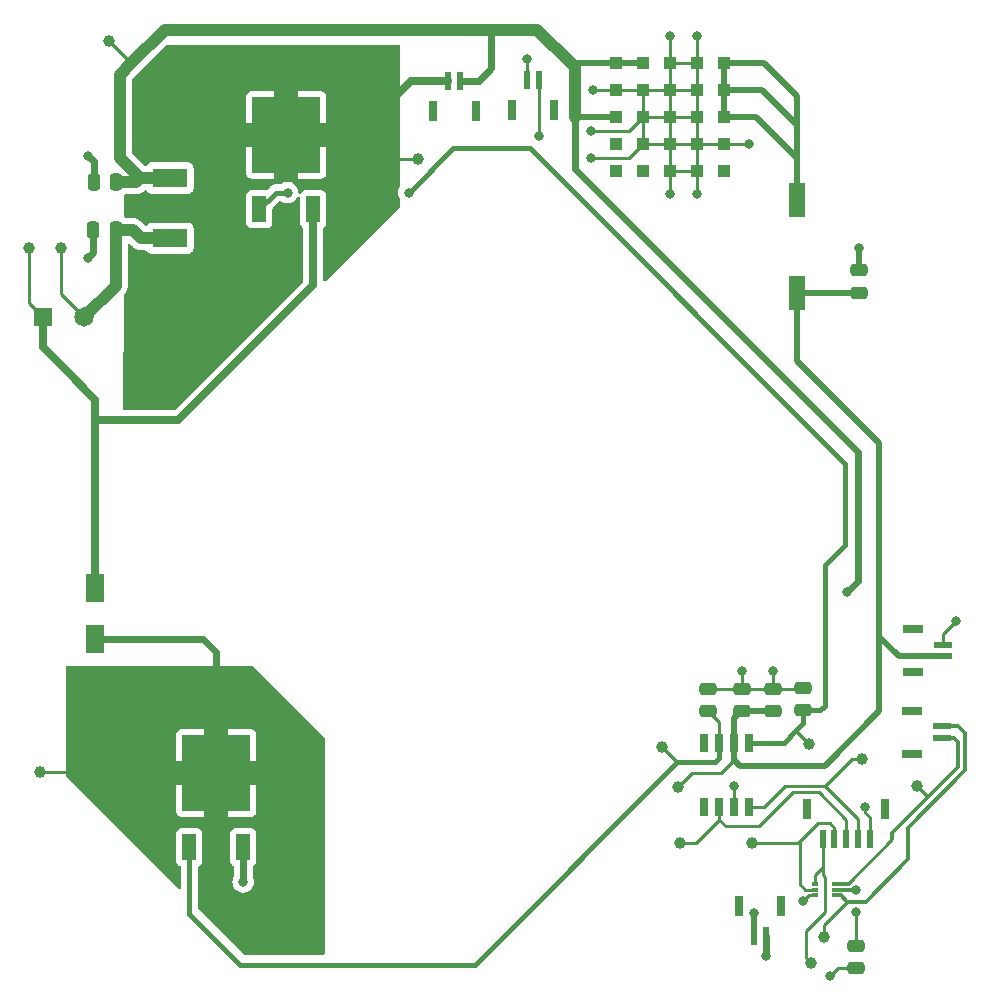
<source format=gbr>
%TF.GenerationSoftware,KiCad,Pcbnew,(6.0.1)*%
%TF.CreationDate,2024-01-14T12:42:03-05:00*%
%TF.ProjectId,PCB POWER,50434220-504f-4574-9552-2e6b69636164,rev?*%
%TF.SameCoordinates,Original*%
%TF.FileFunction,Copper,L1,Top*%
%TF.FilePolarity,Positive*%
%FSLAX46Y46*%
G04 Gerber Fmt 4.6, Leading zero omitted, Abs format (unit mm)*
G04 Created by KiCad (PCBNEW (6.0.1)) date 2024-01-14 12:42:03*
%MOMM*%
%LPD*%
G01*
G04 APERTURE LIST*
G04 Aperture macros list*
%AMRoundRect*
0 Rectangle with rounded corners*
0 $1 Rounding radius*
0 $2 $3 $4 $5 $6 $7 $8 $9 X,Y pos of 4 corners*
0 Add a 4 corners polygon primitive as box body*
4,1,4,$2,$3,$4,$5,$6,$7,$8,$9,$2,$3,0*
0 Add four circle primitives for the rounded corners*
1,1,$1+$1,$2,$3*
1,1,$1+$1,$4,$5*
1,1,$1+$1,$6,$7*
1,1,$1+$1,$8,$9*
0 Add four rect primitives between the rounded corners*
20,1,$1+$1,$2,$3,$4,$5,0*
20,1,$1+$1,$4,$5,$6,$7,0*
20,1,$1+$1,$6,$7,$8,$9,0*
20,1,$1+$1,$8,$9,$2,$3,0*%
G04 Aperture macros list end*
%TA.AperFunction,SMDPad,CuDef*%
%ADD10RoundRect,0.250000X-0.250000X-0.475000X0.250000X-0.475000X0.250000X0.475000X-0.250000X0.475000X0*%
%TD*%
%TA.AperFunction,SMDPad,CuDef*%
%ADD11C,1.000000*%
%TD*%
%TA.AperFunction,SMDPad,CuDef*%
%ADD12RoundRect,0.250000X-0.475000X0.250000X-0.475000X-0.250000X0.475000X-0.250000X0.475000X0.250000X0*%
%TD*%
%TA.AperFunction,SMDPad,CuDef*%
%ADD13RoundRect,0.250000X0.475000X-0.250000X0.475000X0.250000X-0.475000X0.250000X-0.475000X-0.250000X0*%
%TD*%
%TA.AperFunction,SMDPad,CuDef*%
%ADD14R,0.475000X0.300000*%
%TD*%
%TA.AperFunction,SMDPad,CuDef*%
%ADD15R,1.550000X0.600000*%
%TD*%
%TA.AperFunction,SMDPad,CuDef*%
%ADD16R,1.800000X0.800000*%
%TD*%
%TA.AperFunction,SMDPad,CuDef*%
%ADD17R,0.650000X1.525000*%
%TD*%
%TA.AperFunction,SMDPad,CuDef*%
%ADD18R,0.600000X1.550000*%
%TD*%
%TA.AperFunction,SMDPad,CuDef*%
%ADD19R,0.800000X1.800000*%
%TD*%
%TA.AperFunction,SMDPad,CuDef*%
%ADD20R,1.200000X2.200000*%
%TD*%
%TA.AperFunction,SMDPad,CuDef*%
%ADD21R,5.800000X6.400000*%
%TD*%
%TA.AperFunction,SMDPad,CuDef*%
%ADD22R,1.470000X3.000000*%
%TD*%
%TA.AperFunction,ComponentPad*%
%ADD23R,1.650000X1.650000*%
%TD*%
%TA.AperFunction,ComponentPad*%
%ADD24C,1.650000*%
%TD*%
%TA.AperFunction,SMDPad,CuDef*%
%ADD25R,1.060000X1.060000*%
%TD*%
%TA.AperFunction,SMDPad,CuDef*%
%ADD26R,1.550000X2.350000*%
%TD*%
%TA.AperFunction,SMDPad,CuDef*%
%ADD27R,3.000000X1.650000*%
%TD*%
%TA.AperFunction,ViaPad*%
%ADD28C,0.800000*%
%TD*%
%TA.AperFunction,Conductor*%
%ADD29C,0.600000*%
%TD*%
%TA.AperFunction,Conductor*%
%ADD30C,0.250000*%
%TD*%
%TA.AperFunction,Conductor*%
%ADD31C,0.300000*%
%TD*%
%TA.AperFunction,Conductor*%
%ADD32C,0.700000*%
%TD*%
%TA.AperFunction,Conductor*%
%ADD33C,0.500000*%
%TD*%
%TA.AperFunction,Conductor*%
%ADD34C,1.000000*%
%TD*%
%TA.AperFunction,Conductor*%
%ADD35C,0.400000*%
%TD*%
G04 APERTURE END LIST*
D10*
%TO.P,C2,1,1*%
%TO.N,GND*%
X66560000Y-76710000D03*
%TO.P,C2,2,2*%
%TO.N,Net-(C2-Pad2)*%
X68460000Y-76710000D03*
%TD*%
D11*
%TO.P,TP6,1,1*%
%TO.N,Net-(C2-Pad2)*%
X63830000Y-78250000D03*
%TD*%
D12*
%TO.P,C8,1,1*%
%TO.N,GND*%
X131420000Y-80150000D03*
%TO.P,C8,2,2*%
%TO.N,Net-(C3-Pad1)*%
X131420000Y-82050000D03*
%TD*%
D11*
%TO.P,TP3,1,1*%
%TO.N,BLWR_PID*%
X116210000Y-128630000D03*
%TD*%
D13*
%TO.P,C5,1*%
%TO.N,Net-(C3-Pad1)*%
X124090000Y-117450000D03*
%TO.P,C5,2*%
%TO.N,GND*%
X124090000Y-115550000D03*
%TD*%
D11*
%TO.P,TP7,1,1*%
%TO.N,MTR_2*%
X128410000Y-136620000D03*
%TD*%
D14*
%TO.P,IC1,1,IN1*%
%TO.N,MTR_PID1*%
X127652000Y-132070000D03*
%TO.P,IC1,2,IN2*%
%TO.N,MTR_PID2*%
X127652000Y-132570000D03*
%TO.P,IC1,3,GND*%
%TO.N,GND*%
X127652000Y-133070000D03*
%TO.P,IC1,4,OUT2*%
%TO.N,MTR_2*%
X129328000Y-133070000D03*
%TO.P,IC1,5,VM*%
%TO.N,Net-(C1-Pad2)*%
X129328000Y-132570000D03*
%TO.P,IC1,6,OUT1*%
%TO.N,MTR_1*%
X129328000Y-132070000D03*
%TD*%
D15*
%TO.P,J7,1,1*%
%TO.N,MTR_1*%
X138440000Y-119760000D03*
%TO.P,J7,2,2*%
%TO.N,MTR_2*%
X138440000Y-118760000D03*
D16*
%TO.P,J7,MP1,MP1*%
%TO.N,unconnected-(J7-PadMP1)*%
X135915000Y-121060000D03*
%TO.P,J7,MP2,MP2*%
%TO.N,unconnected-(J7-PadMP2)*%
X135915000Y-117460000D03*
%TD*%
D17*
%TO.P,U1,1,NC_1*%
%TO.N,unconnected-(U1-Pad1)*%
X118295000Y-125552000D03*
%TO.P,U1,2,INA*%
%TO.N,BLWR_PID*%
X119565000Y-125552000D03*
%TO.P,U1,3,GND*%
%TO.N,GND*%
X120835000Y-125552000D03*
%TO.P,U1,4,INB*%
%TO.N,HTR_PID*%
X122105000Y-125552000D03*
%TO.P,U1,5,OUTB*%
%TO.N,Net-(C7-Pad1)*%
X122105000Y-120128000D03*
%TO.P,U1,6,VS*%
%TO.N,Net-(C3-Pad1)*%
X120835000Y-120128000D03*
%TO.P,U1,7,OUTA*%
%TO.N,Net-(C6-Pad1)*%
X119565000Y-120128000D03*
%TO.P,U1,8,NC_2*%
%TO.N,unconnected-(U1-Pad8)*%
X118295000Y-120128000D03*
%TD*%
D11*
%TO.P,TP14,1,1*%
%TO.N,Net-(C3-Pad1)*%
X116050000Y-123870000D03*
%TD*%
D18*
%TO.P,J3,1,1*%
%TO.N,Net-(C1-Pad2)*%
X97630000Y-64100000D03*
%TO.P,J3,2,2*%
%TO.N,Net-(J3-Pad2)*%
X96630000Y-64100000D03*
D19*
%TO.P,J3,MP1,MP1*%
%TO.N,unconnected-(J3-PadMP1)*%
X98930000Y-66625000D03*
%TO.P,J3,MP2,MP2*%
%TO.N,unconnected-(J3-PadMP2)*%
X95330000Y-66625000D03*
%TD*%
D15*
%TO.P,J4,1,1*%
%TO.N,Net-(C3-Pad1)*%
X138520000Y-112830000D03*
%TO.P,J4,2,2*%
%TO.N,GND*%
X138520000Y-111830000D03*
D16*
%TO.P,J4,MP1,MP1*%
%TO.N,unconnected-(J4-PadMP1)*%
X135995000Y-114130000D03*
%TO.P,J4,MP2,MP2*%
%TO.N,unconnected-(J4-PadMP2)*%
X135995000Y-110530000D03*
%TD*%
D20*
%TO.P,Q2,1*%
%TO.N,Net-(C7-Pad1)*%
X80620000Y-74970000D03*
D21*
%TO.P,Q2,2*%
%TO.N,Net-(J3-Pad2)*%
X82900000Y-68670000D03*
D20*
%TO.P,Q2,3*%
%TO.N,GND*%
X85180000Y-74970000D03*
%TD*%
D11*
%TO.P,TP5,1,1*%
%TO.N,GND*%
X61160000Y-78220000D03*
%TD*%
D20*
%TO.P,Q1,1*%
%TO.N,Net-(C6-Pad1)*%
X74690000Y-129000000D03*
D21*
%TO.P,Q1,2*%
%TO.N,Net-(D1-Pad1)*%
X76970000Y-122700000D03*
D20*
%TO.P,Q1,3*%
%TO.N,GND*%
X79250000Y-129000000D03*
%TD*%
D22*
%TO.P,U4,1,1*%
%TO.N,Net-(C3-Pad1)*%
X126130000Y-82060000D03*
%TO.P,U4,2,2*%
%TO.N,Net-(U3-PadA5)*%
X126130000Y-74160000D03*
%TD*%
D18*
%TO.P,J5,1,1*%
%TO.N,MTR_PID1*%
X128310000Y-128295000D03*
%TO.P,J5,2,2*%
%TO.N,MTR_PID2*%
X129310000Y-128295000D03*
%TO.P,J5,3,3*%
%TO.N,BLWR_PID*%
X130310000Y-128295000D03*
%TO.P,J5,4,4*%
%TO.N,HTR_PID*%
X131310000Y-128295000D03*
%TO.P,J5,5,5*%
%TO.N,THERM*%
X132310000Y-128295000D03*
D19*
%TO.P,J5,MP1,MP1*%
%TO.N,unconnected-(J5-PadMP1)*%
X127010000Y-125770000D03*
%TO.P,J5,MP2,MP2*%
%TO.N,unconnected-(J5-PadMP2)*%
X133610000Y-125770000D03*
%TD*%
D18*
%TO.P,J6,1,1*%
%TO.N,THERM*%
X104300000Y-64070000D03*
%TO.P,J6,2,2*%
%TO.N,GND*%
X103300000Y-64070000D03*
D19*
%TO.P,J6,MP1,MP1*%
%TO.N,unconnected-(J6-PadMP1)*%
X105600000Y-66595000D03*
%TO.P,J6,MP2,MP2*%
%TO.N,unconnected-(J6-PadMP2)*%
X102000000Y-66595000D03*
%TD*%
D11*
%TO.P,TP11,1,1*%
%TO.N,Net-(D1-Pad1)*%
X62090000Y-122610000D03*
%TD*%
D13*
%TO.P,C7,1*%
%TO.N,Net-(C7-Pad1)*%
X126690000Y-117400000D03*
%TO.P,C7,2*%
%TO.N,GND*%
X126690000Y-115500000D03*
%TD*%
D11*
%TO.P,TP4,1,1*%
%TO.N,HTR_PID*%
X131620000Y-121510000D03*
%TD*%
%TO.P,TP2,1,1*%
%TO.N,MTR_PID2*%
X122310000Y-128630000D03*
%TD*%
D23*
%TO.P,J1,1,1*%
%TO.N,GND*%
X62305000Y-84095000D03*
D24*
%TO.P,J1,2,2*%
%TO.N,Net-(C2-Pad2)*%
X65805000Y-84095000D03*
%TD*%
D18*
%TO.P,J2,1,1*%
%TO.N,Net-(C1-Pad2)*%
X122500000Y-136470000D03*
%TO.P,J2,2,2*%
%TO.N,Net-(D1-Pad1)*%
X123500000Y-136470000D03*
D19*
%TO.P,J2,MP1,MP1*%
%TO.N,unconnected-(J2-PadMP1)*%
X121200000Y-133945000D03*
%TO.P,J2,MP2,MP2*%
%TO.N,unconnected-(J2-PadMP2)*%
X124800000Y-133945000D03*
%TD*%
D25*
%TO.P,U3,A1,+VIN*%
%TO.N,Net-(C1-Pad2)*%
X110790000Y-62590000D03*
%TO.P,U3,A2,+VIN*%
X113080000Y-62590000D03*
%TO.P,U3,A3,GND*%
%TO.N,GND*%
X115370000Y-62590000D03*
%TO.P,U3,A4,GND*%
X117660000Y-62590000D03*
%TO.P,U3,A5,+VOUT*%
%TO.N,Net-(U3-PadA5)*%
X119950000Y-62590000D03*
%TO.P,U3,B1,GND*%
%TO.N,GND*%
X110790000Y-64880000D03*
%TO.P,U3,B2,GND*%
X113080000Y-64880000D03*
%TO.P,U3,B3,GND*%
X115370000Y-64880000D03*
%TO.P,U3,B4,GND*%
X117660000Y-64880000D03*
%TO.P,U3,B5,+VOUT*%
%TO.N,Net-(U3-PadA5)*%
X119950000Y-64880000D03*
%TO.P,U3,C1,CTRL*%
%TO.N,Net-(C1-Pad2)*%
X110790000Y-67170000D03*
%TO.P,U3,C2,GND*%
%TO.N,GND*%
X113080000Y-67170000D03*
%TO.P,U3,C3,GND*%
X115370000Y-67170000D03*
%TO.P,U3,C4,GND*%
X117660000Y-67170000D03*
%TO.P,U3,C5,Sense*%
%TO.N,Net-(U3-PadA5)*%
X119950000Y-67170000D03*
%TO.P,U3,D1,PGood*%
%TO.N,unconnected-(U3-PadD1)*%
X110790000Y-69460000D03*
%TO.P,U3,D2,GND*%
%TO.N,GND*%
X113080000Y-69460000D03*
%TO.P,U3,D3,GND*%
X115370000Y-69460000D03*
%TO.P,U3,D4,GND*%
X117660000Y-69460000D03*
%TO.P,U3,D5,GND*%
X119950000Y-69460000D03*
%TO.P,U3,E1,SEQ*%
%TO.N,unconnected-(U3-PadE1)*%
X110790000Y-71750000D03*
%TO.P,U3,E2,NC*%
%TO.N,unconnected-(U3-PadE2)*%
X113080000Y-71750000D03*
%TO.P,U3,E3,GND*%
%TO.N,GND*%
X115370000Y-71750000D03*
%TO.P,U3,E4,GND*%
X117660000Y-71750000D03*
%TO.P,U3,E5,Trim*%
%TO.N,unconnected-(U3-PadE5)*%
X119950000Y-71750000D03*
%TD*%
D10*
%TO.P,C4,1,1*%
%TO.N,GND*%
X66590000Y-72650000D03*
%TO.P,C4,2,2*%
%TO.N,Net-(C1-Pad2)*%
X68490000Y-72650000D03*
%TD*%
D11*
%TO.P,TP13,1,1*%
%TO.N,Net-(J3-Pad2)*%
X94020000Y-70730000D03*
%TD*%
D13*
%TO.P,C6,1*%
%TO.N,Net-(C6-Pad1)*%
X118630000Y-117490000D03*
%TO.P,C6,2*%
%TO.N,GND*%
X118630000Y-115590000D03*
%TD*%
D11*
%TO.P,TP8,1,1*%
%TO.N,MTR_1*%
X136340000Y-123830000D03*
%TD*%
D26*
%TO.P,D1,1*%
%TO.N,Net-(D1-Pad1)*%
X66740000Y-111330000D03*
%TO.P,D1,2*%
%TO.N,GND*%
X66740000Y-107030000D03*
%TD*%
D27*
%TO.P,U2,1,1*%
%TO.N,Net-(C2-Pad2)*%
X73040000Y-77440000D03*
%TO.P,U2,2,2*%
%TO.N,Net-(C1-Pad2)*%
X73040000Y-72340000D03*
%TD*%
D13*
%TO.P,C1,1*%
%TO.N,GND*%
X131150000Y-139230000D03*
%TO.P,C1,2*%
%TO.N,Net-(C1-Pad2)*%
X131150000Y-137330000D03*
%TD*%
D11*
%TO.P,TP10,1,1*%
%TO.N,Net-(C6-Pad1)*%
X114700000Y-120510000D03*
%TD*%
%TO.P,TP9,1,1*%
%TO.N,Net-(C1-Pad2)*%
X67920000Y-60740000D03*
%TD*%
%TO.P,TP1,1,1*%
%TO.N,MTR_PID1*%
X127360000Y-138800000D03*
%TD*%
D13*
%TO.P,C3,1*%
%TO.N,Net-(C3-Pad1)*%
X121450000Y-117470000D03*
%TO.P,C3,2*%
%TO.N,GND*%
X121450000Y-115570000D03*
%TD*%
D11*
%TO.P,TP12,1,1*%
%TO.N,Net-(C7-Pad1)*%
X127180000Y-120230000D03*
%TD*%
D28*
%TO.N,Net-(D1-Pad1)*%
X82950000Y-125940000D03*
X123500000Y-138230000D03*
%TO.N,GND*%
X122060000Y-69460000D03*
X66120000Y-70450000D03*
X117660000Y-60300000D03*
X79250000Y-131920000D03*
X139580000Y-109850000D03*
X115370000Y-60310000D03*
X126640000Y-133550000D03*
X66090000Y-79080000D03*
X115370000Y-73700000D03*
X131420000Y-78260000D03*
X120840000Y-123810000D03*
X108850000Y-64880000D03*
X108720000Y-68320000D03*
X124090000Y-114110000D03*
X128910000Y-139920000D03*
X108720000Y-70600000D03*
X103300000Y-62270000D03*
X121460000Y-114070000D03*
X117660000Y-73690000D03*
%TO.N,Net-(C7-Pad1)*%
X93290000Y-73570000D03*
X83010000Y-73570000D03*
%TO.N,Net-(C1-Pad2)*%
X131150000Y-134470000D03*
X130370000Y-107390000D03*
X131150000Y-132570000D03*
X122500000Y-134540000D03*
%TO.N,THERM*%
X131940000Y-125580000D03*
X104290000Y-68780000D03*
%TD*%
D29*
%TO.N,Net-(D1-Pad1)*%
X76970000Y-112490000D02*
X75810000Y-111330000D01*
X75810000Y-111330000D02*
X66740000Y-111330000D01*
X76970000Y-122700000D02*
X76970000Y-112490000D01*
D30*
%TO.N,HTR_PID*%
X130770000Y-121510000D02*
X128480000Y-123800000D01*
X131620000Y-121510000D02*
X130770000Y-121510000D01*
%TO.N,Net-(J3-Pad2)*%
X90920000Y-70730000D02*
X88860000Y-68670000D01*
X94020000Y-70730000D02*
X90920000Y-70730000D01*
D29*
%TO.N,Net-(C1-Pad2)*%
X131340000Y-106420000D02*
X130370000Y-107390000D01*
D30*
%TO.N,MTR_1*%
X137205000Y-124695000D02*
X137205000Y-124765000D01*
D31*
X137205000Y-124765000D02*
X134200000Y-127770000D01*
X139760000Y-122210000D02*
X137205000Y-124765000D01*
D30*
X136340000Y-123830000D02*
X137205000Y-124695000D01*
D31*
X134200000Y-127770000D02*
X134200000Y-128330000D01*
X139760000Y-120100000D02*
X139760000Y-122210000D01*
X139420000Y-119760000D02*
X139760000Y-120100000D01*
X138440000Y-119760000D02*
X139420000Y-119760000D01*
%TO.N,MTR_2*%
X139770000Y-118760000D02*
X138440000Y-118760000D01*
X140360000Y-119350000D02*
X139770000Y-118760000D01*
X135520000Y-127320000D02*
X140360000Y-122480000D01*
X140360000Y-122480000D02*
X140360000Y-119350000D01*
X135520000Y-130020000D02*
X135520000Y-127320000D01*
X131950000Y-133590000D02*
X135520000Y-130020000D01*
X130380000Y-133590000D02*
X131950000Y-133590000D01*
D30*
%TO.N,MTR_1*%
X134200000Y-128330000D02*
X130460000Y-132070000D01*
%TO.N,MTR_PID1*%
X127350000Y-138800000D02*
X127360000Y-138800000D01*
X126890000Y-136090000D02*
X126890000Y-138340000D01*
X126890000Y-138340000D02*
X127350000Y-138800000D01*
X128510000Y-134470000D02*
X126890000Y-136090000D01*
X128510000Y-131530000D02*
X128510000Y-134470000D01*
X128310000Y-131330000D02*
X128510000Y-131530000D01*
X128310000Y-130650000D02*
X128310000Y-131330000D01*
D29*
%TO.N,Net-(D1-Pad1)*%
X82950000Y-125940000D02*
X79710000Y-122700000D01*
D30*
X76880000Y-122610000D02*
X76970000Y-122700000D01*
D29*
X123500000Y-136470000D02*
X123500000Y-138230000D01*
X79710000Y-122700000D02*
X76970000Y-122700000D01*
D30*
X62090000Y-122610000D02*
X76880000Y-122610000D01*
D32*
%TO.N,GND*%
X85180000Y-81400000D02*
X85180000Y-74970000D01*
X66740000Y-91110000D02*
X66740000Y-92740000D01*
D30*
X117660000Y-64880000D02*
X117660000Y-62590000D01*
X113080000Y-69460000D02*
X111940000Y-70600000D01*
X117660000Y-69460000D02*
X119950000Y-69460000D01*
D32*
X62305000Y-84095000D02*
X62305000Y-86675000D01*
D30*
X113080000Y-64880000D02*
X110790000Y-64880000D01*
X115370000Y-62590000D02*
X115370000Y-60310000D01*
X117660000Y-67170000D02*
X115370000Y-67170000D01*
X103300000Y-64070000D02*
X103300000Y-62270000D01*
X115370000Y-69460000D02*
X117660000Y-69460000D01*
X117660000Y-69460000D02*
X117660000Y-71750000D01*
X124090000Y-115550000D02*
X124090000Y-114110000D01*
X113080000Y-64880000D02*
X115370000Y-64880000D01*
X61160000Y-78220000D02*
X61160000Y-82950000D01*
X113080000Y-64880000D02*
X113080000Y-67170000D01*
X113080000Y-67170000D02*
X113080000Y-69460000D01*
D29*
X79250000Y-129000000D02*
X79250000Y-131920000D01*
D32*
X64070000Y-88440000D02*
X66740000Y-91110000D01*
X66740000Y-92740000D02*
X66740000Y-100460000D01*
D30*
X115370000Y-62590000D02*
X117660000Y-62590000D01*
X120835000Y-125552000D02*
X120835000Y-123815000D01*
X117660000Y-64880000D02*
X117660000Y-67170000D01*
X121450000Y-115570000D02*
X124070000Y-115570000D01*
X113080000Y-67170000D02*
X111930000Y-68320000D01*
X115370000Y-71750000D02*
X115370000Y-69460000D01*
X127652000Y-133070000D02*
X127120000Y-133070000D01*
X131150000Y-139230000D02*
X129600000Y-139230000D01*
X115370000Y-64880000D02*
X117660000Y-64880000D01*
D32*
X62305000Y-86675000D02*
X64070000Y-88440000D01*
D30*
X66830000Y-92830000D02*
X66740000Y-92740000D01*
X120835000Y-123815000D02*
X120840000Y-123810000D01*
X118630000Y-115590000D02*
X121430000Y-115590000D01*
D32*
X85180000Y-81420000D02*
X73770000Y-92830000D01*
X66740000Y-100460000D02*
X66740000Y-107030000D01*
D30*
X129600000Y-139230000D02*
X128910000Y-139920000D01*
X85190000Y-81410000D02*
X85180000Y-81400000D01*
X117660000Y-71750000D02*
X115370000Y-71750000D01*
D33*
X131420000Y-78260000D02*
X131420000Y-80150000D01*
D30*
X121430000Y-115590000D02*
X121450000Y-115570000D01*
X119950000Y-69460000D02*
X122060000Y-69460000D01*
X115370000Y-69460000D02*
X115370000Y-67170000D01*
X121450000Y-115570000D02*
X121450000Y-114080000D01*
X121450000Y-114080000D02*
X121460000Y-114070000D01*
X117660000Y-69460000D02*
X117660000Y-67170000D01*
X66600000Y-72640000D02*
X66590000Y-72650000D01*
D29*
X66600000Y-70930000D02*
X66600000Y-72640000D01*
D30*
X124070000Y-115570000D02*
X124090000Y-115550000D01*
X111930000Y-68320000D02*
X108720000Y-68320000D01*
X115370000Y-71750000D02*
X115370000Y-73700000D01*
X138520000Y-110910000D02*
X139580000Y-109850000D01*
X117660000Y-62590000D02*
X117660000Y-60300000D01*
X117660000Y-71750000D02*
X117660000Y-73690000D01*
X113080000Y-69460000D02*
X115370000Y-69460000D01*
X113080000Y-67170000D02*
X115370000Y-67170000D01*
X138520000Y-111830000D02*
X138520000Y-110910000D01*
D29*
X66120000Y-70450000D02*
X66600000Y-70930000D01*
D30*
X61160000Y-82950000D02*
X62305000Y-84095000D01*
D29*
X66560000Y-76710000D02*
X66560000Y-78610000D01*
D30*
X110790000Y-64880000D02*
X108850000Y-64880000D01*
X127120000Y-133070000D02*
X126640000Y-133550000D01*
D32*
X73770000Y-92830000D02*
X66830000Y-92830000D01*
D30*
X111940000Y-70600000D02*
X108720000Y-70600000D01*
X115370000Y-64880000D02*
X115370000Y-67170000D01*
X126640000Y-115550000D02*
X126690000Y-115500000D01*
X85180000Y-81400000D02*
X85180000Y-81420000D01*
D29*
X66560000Y-78610000D02*
X66090000Y-79080000D01*
D30*
X115370000Y-64880000D02*
X115370000Y-62590000D01*
X124090000Y-115550000D02*
X126640000Y-115550000D01*
D34*
%TO.N,Net-(C2-Pad2)*%
X69900000Y-76710000D02*
X68460000Y-76710000D01*
X68460000Y-76710000D02*
X68460000Y-81440000D01*
X68460000Y-81440000D02*
X65805000Y-84095000D01*
X69900000Y-76710000D02*
X70630000Y-77440000D01*
X70630000Y-77440000D02*
X73040000Y-77440000D01*
D30*
X63830000Y-78250000D02*
X63830000Y-82120000D01*
X63830000Y-82120000D02*
X65805000Y-84095000D01*
%TO.N,MTR_PID1*%
X128310000Y-130420000D02*
X128310000Y-130650000D01*
X127650000Y-131310000D02*
X127652000Y-131312000D01*
X128310000Y-130650000D02*
X127650000Y-131310000D01*
X127652000Y-131312000D02*
X127652000Y-132070000D01*
X128310000Y-128295000D02*
X128310000Y-130420000D01*
D32*
%TO.N,Net-(J3-Pad2)*%
X88860000Y-68670000D02*
X82900000Y-68670000D01*
X93430000Y-64100000D02*
X88860000Y-68670000D01*
X94280000Y-64100000D02*
X93430000Y-64100000D01*
D29*
X82900000Y-68670000D02*
X82900000Y-69070000D01*
X82900000Y-68670000D02*
X82900000Y-68970000D01*
D32*
X96630000Y-64100000D02*
X94280000Y-64100000D01*
D30*
%TO.N,Net-(C3-Pad1)*%
X131420000Y-82050000D02*
X131410000Y-82060000D01*
D33*
X120835000Y-121585000D02*
X120835000Y-120128000D01*
D30*
X117220000Y-122700000D02*
X119720000Y-122700000D01*
D33*
X128480000Y-122070000D02*
X121290000Y-122070000D01*
X126130000Y-82060000D02*
X126130000Y-87810000D01*
X131410000Y-82060000D02*
X126130000Y-82060000D01*
X134790000Y-112830000D02*
X138520000Y-112830000D01*
X133120000Y-111160000D02*
X134790000Y-112830000D01*
X126130000Y-87810000D02*
X133120000Y-94800000D01*
X120835000Y-118085000D02*
X121450000Y-117470000D01*
D30*
X116050000Y-123870000D02*
X117220000Y-122700000D01*
X124070000Y-117470000D02*
X124090000Y-117450000D01*
D33*
X133120000Y-117430000D02*
X128480000Y-122070000D01*
X133120000Y-94800000D02*
X133120000Y-111160000D01*
X120820000Y-121600000D02*
X120835000Y-121585000D01*
X121290000Y-122070000D02*
X120820000Y-121600000D01*
X120835000Y-120128000D02*
X120835000Y-118085000D01*
X133120000Y-111160000D02*
X133120000Y-117430000D01*
D30*
X119720000Y-122700000D02*
X120835000Y-121585000D01*
D33*
X121450000Y-117470000D02*
X124070000Y-117470000D01*
D30*
%TO.N,Net-(C6-Pad1)*%
X114700000Y-120510000D02*
X115980000Y-121790000D01*
D35*
X78990000Y-138930000D02*
X74690000Y-134630000D01*
X74690000Y-134630000D02*
X74690000Y-129000000D01*
X98840000Y-138930000D02*
X78990000Y-138930000D01*
D30*
X119565000Y-120128000D02*
X119565000Y-118425000D01*
X119570000Y-121400000D02*
X119565000Y-121395000D01*
D35*
X115980000Y-121790000D02*
X119180000Y-121790000D01*
X119565000Y-121395000D02*
X119565000Y-120128000D01*
X119180000Y-121790000D02*
X119570000Y-121400000D01*
D30*
X119565000Y-118425000D02*
X118630000Y-117490000D01*
D35*
X115980000Y-121790000D02*
X98840000Y-138930000D01*
%TO.N,Net-(C7-Pad1)*%
X97050000Y-69810000D02*
X93290000Y-73570000D01*
X130230000Y-103430000D02*
X128530000Y-105130000D01*
X82020000Y-73570000D02*
X80620000Y-74970000D01*
X130230000Y-96520000D02*
X130230000Y-103430000D01*
D30*
X127180000Y-120230000D02*
X126065000Y-119115000D01*
D35*
X122105000Y-120128000D02*
X125032000Y-120128000D01*
X125032000Y-120128000D02*
X126065000Y-119095000D01*
D30*
X126065000Y-119115000D02*
X126065000Y-119095000D01*
D35*
X128120000Y-117400000D02*
X126690000Y-117400000D01*
X128530000Y-116990000D02*
X128120000Y-117400000D01*
X126065000Y-119095000D02*
X126690000Y-118470000D01*
X126690000Y-118470000D02*
X126690000Y-117400000D01*
X103520000Y-69810000D02*
X97050000Y-69810000D01*
X83010000Y-73570000D02*
X82020000Y-73570000D01*
X103520000Y-69810000D02*
X130230000Y-96520000D01*
X128530000Y-105130000D02*
X128530000Y-116990000D01*
D30*
%TO.N,MTR_PID2*%
X126400000Y-128430000D02*
X126400000Y-132110000D01*
X126200000Y-128630000D02*
X126400000Y-128430000D01*
X129310000Y-127320000D02*
X128900000Y-126910000D01*
X126400000Y-132110000D02*
X126860000Y-132570000D01*
X122310000Y-128630000D02*
X126200000Y-128630000D01*
X127920000Y-126910000D02*
X126400000Y-128430000D01*
X128900000Y-126910000D02*
X127920000Y-126910000D01*
X129310000Y-128295000D02*
X129310000Y-127320000D01*
X126860000Y-132570000D02*
X127652000Y-132570000D01*
%TO.N,MTR_2*%
X128410000Y-136620000D02*
X128410000Y-135560000D01*
D31*
X129860000Y-133070000D02*
X130380000Y-133590000D01*
X129328000Y-133070000D02*
X129860000Y-133070000D01*
D30*
X128410000Y-135560000D02*
X130380000Y-133590000D01*
D33*
%TO.N,Net-(C1-Pad2)*%
X113080000Y-62590000D02*
X110790000Y-62590000D01*
X122500000Y-136470000D02*
X122500000Y-134540000D01*
D29*
X97630000Y-64100000D02*
X99190000Y-64100000D01*
X107340000Y-71550000D02*
X131340000Y-95550000D01*
D34*
X107340000Y-62990000D02*
X107340000Y-64090000D01*
X104140000Y-59790000D02*
X106975000Y-62625000D01*
D33*
X107010000Y-62590000D02*
X106975000Y-62625000D01*
D34*
X70520000Y-72340000D02*
X73040000Y-72340000D01*
X107340000Y-64090000D02*
X107340000Y-67170000D01*
X106975000Y-62625000D02*
X107340000Y-62990000D01*
X70210000Y-72650000D02*
X70520000Y-72340000D01*
D29*
X100240000Y-63050000D02*
X100240000Y-59790000D01*
D31*
X129328000Y-132570000D02*
X131150000Y-132570000D01*
D33*
X110790000Y-62590000D02*
X107010000Y-62590000D01*
D34*
X100240000Y-59790000D02*
X104140000Y-59790000D01*
X68800000Y-63590000D02*
X68800000Y-70620000D01*
D30*
X67920000Y-60740000D02*
X69785000Y-62605000D01*
D34*
X70210000Y-72650000D02*
X68490000Y-72650000D01*
X69785000Y-62605000D02*
X68800000Y-63590000D01*
D29*
X99190000Y-64100000D02*
X100240000Y-63050000D01*
D30*
X131150000Y-137330000D02*
X131150000Y-134470000D01*
D29*
X107340000Y-67170000D02*
X107340000Y-71550000D01*
D34*
X100240000Y-59790000D02*
X72600000Y-59790000D01*
D29*
X131340000Y-95550000D02*
X131340000Y-106420000D01*
D34*
X72600000Y-59790000D02*
X69785000Y-62605000D01*
D33*
X107340000Y-67170000D02*
X110790000Y-67170000D01*
D34*
X68800000Y-70620000D02*
X70520000Y-72340000D01*
D31*
%TO.N,MTR_1*%
X129328000Y-132070000D02*
X130460000Y-132070000D01*
D33*
%TO.N,Net-(U3-PadA5)*%
X122630000Y-67170000D02*
X119950000Y-67170000D01*
X123170000Y-64880000D02*
X126130000Y-67840000D01*
X119950000Y-62590000D02*
X123360000Y-62590000D01*
X126130000Y-70670000D02*
X126130000Y-74160000D01*
X119950000Y-64880000D02*
X123170000Y-64880000D01*
X123360000Y-62590000D02*
X126130000Y-65360000D01*
X122630000Y-67170000D02*
X126130000Y-70670000D01*
X119950000Y-62590000D02*
X119950000Y-64880000D01*
X126130000Y-67840000D02*
X126130000Y-70670000D01*
X126130000Y-65360000D02*
X126130000Y-67840000D01*
X119950000Y-64880000D02*
X119950000Y-67170000D01*
D30*
%TO.N,THERM*%
X132310000Y-126460000D02*
X132310000Y-128295000D01*
X104300000Y-68770000D02*
X104300000Y-64070000D01*
X104290000Y-68780000D02*
X104300000Y-68770000D01*
X131940000Y-126090000D02*
X132310000Y-126460000D01*
X131940000Y-125580000D02*
X131940000Y-126090000D01*
%TO.N,BLWR_PID*%
X119565000Y-126655000D02*
X119565000Y-125552000D01*
X130310000Y-126660000D02*
X127990000Y-124340000D01*
X125840000Y-124340000D02*
X122960000Y-127220000D01*
X120120000Y-127220000D02*
X119560000Y-126660000D01*
X130310000Y-128295000D02*
X130310000Y-126660000D01*
X117590000Y-128630000D02*
X119560000Y-126660000D01*
X119560000Y-126660000D02*
X119565000Y-126655000D01*
X122960000Y-127220000D02*
X120120000Y-127220000D01*
X127990000Y-124340000D02*
X125840000Y-124340000D01*
X116210000Y-128630000D02*
X117590000Y-128630000D01*
%TO.N,HTR_PID*%
X123362000Y-125552000D02*
X122105000Y-125552000D01*
X129090000Y-124410000D02*
X128480000Y-123800000D01*
X127980000Y-123800000D02*
X125130000Y-123800000D01*
X125130000Y-123800000D02*
X123370000Y-125560000D01*
X131310000Y-128295000D02*
X131310000Y-126630000D01*
X123370000Y-125560000D02*
X123362000Y-125552000D01*
X131310000Y-126630000D02*
X129090000Y-124410000D01*
X128480000Y-123800000D02*
X127980000Y-123800000D01*
%TD*%
%TA.AperFunction,Conductor*%
%TO.N,Net-(D1-Pad1)*%
G36*
X80075931Y-113630002D02*
G01*
X80096905Y-113646905D01*
X86103123Y-119653123D01*
X86137149Y-119715435D01*
X86140028Y-119742150D01*
X86142188Y-123718115D01*
X86147851Y-134142759D01*
X86149932Y-137973932D01*
X86129967Y-138042063D01*
X86076337Y-138088585D01*
X86023932Y-138100000D01*
X79442215Y-138100000D01*
X79374094Y-138079998D01*
X79353090Y-138063066D01*
X75435375Y-134142759D01*
X75401371Y-134080436D01*
X75398500Y-134053693D01*
X75398500Y-130689754D01*
X75418502Y-130621633D01*
X75472158Y-130575140D01*
X75480270Y-130571772D01*
X75528297Y-130553767D01*
X75536705Y-130550615D01*
X75653261Y-130463261D01*
X75740615Y-130346705D01*
X75791745Y-130210316D01*
X75798500Y-130148134D01*
X78141500Y-130148134D01*
X78148255Y-130210316D01*
X78199385Y-130346705D01*
X78286739Y-130463261D01*
X78293919Y-130468642D01*
X78391065Y-130541449D01*
X78433580Y-130598308D01*
X78441500Y-130642275D01*
X78441500Y-131469603D01*
X78424620Y-131532602D01*
X78415473Y-131548444D01*
X78356458Y-131730072D01*
X78336496Y-131920000D01*
X78356458Y-132109928D01*
X78415473Y-132291556D01*
X78510960Y-132456944D01*
X78515378Y-132461851D01*
X78515379Y-132461852D01*
X78557208Y-132508308D01*
X78638747Y-132598866D01*
X78793248Y-132711118D01*
X78799276Y-132713802D01*
X78799278Y-132713803D01*
X78961681Y-132786109D01*
X78967712Y-132788794D01*
X79061112Y-132808647D01*
X79148056Y-132827128D01*
X79148061Y-132827128D01*
X79154513Y-132828500D01*
X79345487Y-132828500D01*
X79351939Y-132827128D01*
X79351944Y-132827128D01*
X79438888Y-132808647D01*
X79532288Y-132788794D01*
X79538319Y-132786109D01*
X79700722Y-132713803D01*
X79700724Y-132713802D01*
X79706752Y-132711118D01*
X79861253Y-132598866D01*
X79942792Y-132508308D01*
X79984621Y-132461852D01*
X79984622Y-132461851D01*
X79989040Y-132456944D01*
X80084527Y-132291556D01*
X80143542Y-132109928D01*
X80163504Y-131920000D01*
X80143542Y-131730072D01*
X80084527Y-131548444D01*
X80075380Y-131532602D01*
X80058500Y-131469603D01*
X80058500Y-130642275D01*
X80078502Y-130574154D01*
X80108935Y-130541449D01*
X80206081Y-130468642D01*
X80213261Y-130463261D01*
X80300615Y-130346705D01*
X80351745Y-130210316D01*
X80358500Y-130148134D01*
X80358500Y-127851866D01*
X80351745Y-127789684D01*
X80300615Y-127653295D01*
X80213261Y-127536739D01*
X80096705Y-127449385D01*
X79960316Y-127398255D01*
X79898134Y-127391500D01*
X78601866Y-127391500D01*
X78539684Y-127398255D01*
X78403295Y-127449385D01*
X78286739Y-127536739D01*
X78199385Y-127653295D01*
X78148255Y-127789684D01*
X78141500Y-127851866D01*
X78141500Y-130148134D01*
X75798500Y-130148134D01*
X75798500Y-127851866D01*
X75791745Y-127789684D01*
X75740615Y-127653295D01*
X75653261Y-127536739D01*
X75536705Y-127449385D01*
X75400316Y-127398255D01*
X75338134Y-127391500D01*
X74041866Y-127391500D01*
X73979684Y-127398255D01*
X73843295Y-127449385D01*
X73726739Y-127536739D01*
X73639385Y-127653295D01*
X73588255Y-127789684D01*
X73581500Y-127851866D01*
X73581500Y-130148134D01*
X73588255Y-130210316D01*
X73639385Y-130346705D01*
X73726739Y-130463261D01*
X73843295Y-130550615D01*
X73851703Y-130553767D01*
X73899730Y-130571772D01*
X73956495Y-130614414D01*
X73981194Y-130680976D01*
X73981500Y-130689754D01*
X73981500Y-132383590D01*
X73961498Y-132451711D01*
X73907842Y-132498204D01*
X73837568Y-132508308D01*
X73772988Y-132478814D01*
X73766375Y-132472656D01*
X73207524Y-131913435D01*
X67241949Y-125943915D01*
X73570000Y-125943915D01*
X73570369Y-125950729D01*
X73575789Y-126000621D01*
X73579414Y-126015867D01*
X73623767Y-126134177D01*
X73632299Y-126149763D01*
X73707430Y-126250009D01*
X73719991Y-126262570D01*
X73820237Y-126337701D01*
X73835823Y-126346233D01*
X73954133Y-126390586D01*
X73969379Y-126394211D01*
X74019271Y-126399631D01*
X74026085Y-126400000D01*
X75951885Y-126400000D01*
X75967124Y-126395525D01*
X75968329Y-126394135D01*
X75970000Y-126386452D01*
X75970000Y-126381885D01*
X77970000Y-126381885D01*
X77974475Y-126397124D01*
X77975865Y-126398329D01*
X77983548Y-126400000D01*
X79913915Y-126400000D01*
X79920729Y-126399631D01*
X79970621Y-126394211D01*
X79985867Y-126390586D01*
X80104177Y-126346233D01*
X80119763Y-126337701D01*
X80220009Y-126262570D01*
X80232570Y-126250009D01*
X80307701Y-126149763D01*
X80316233Y-126134177D01*
X80360586Y-126015867D01*
X80364211Y-126000621D01*
X80369631Y-125950729D01*
X80370000Y-125943915D01*
X80370000Y-123718115D01*
X80365525Y-123702876D01*
X80364135Y-123701671D01*
X80356452Y-123700000D01*
X77988115Y-123700000D01*
X77972876Y-123704475D01*
X77971671Y-123705865D01*
X77970000Y-123713548D01*
X77970000Y-126381885D01*
X75970000Y-126381885D01*
X75970000Y-123718115D01*
X75965525Y-123702876D01*
X75964135Y-123701671D01*
X75956452Y-123700000D01*
X73588115Y-123700000D01*
X73572876Y-123704475D01*
X73571671Y-123705865D01*
X73570000Y-123713548D01*
X73570000Y-125943915D01*
X67241949Y-125943915D01*
X64306818Y-123006843D01*
X64272815Y-122944521D01*
X64269944Y-122917913D01*
X64268629Y-121686452D01*
X64268624Y-121681885D01*
X73570000Y-121681885D01*
X73574475Y-121697124D01*
X73575865Y-121698329D01*
X73583548Y-121700000D01*
X75951885Y-121700000D01*
X75967124Y-121695525D01*
X75968329Y-121694135D01*
X75970000Y-121686452D01*
X75970000Y-121681885D01*
X77970000Y-121681885D01*
X77974475Y-121697124D01*
X77975865Y-121698329D01*
X77983548Y-121700000D01*
X80351885Y-121700000D01*
X80367124Y-121695525D01*
X80368329Y-121694135D01*
X80370000Y-121686452D01*
X80370000Y-119456085D01*
X80369631Y-119449271D01*
X80364211Y-119399379D01*
X80360586Y-119384133D01*
X80316233Y-119265823D01*
X80307701Y-119250237D01*
X80232570Y-119149991D01*
X80220009Y-119137430D01*
X80119763Y-119062299D01*
X80104177Y-119053767D01*
X79985867Y-119009414D01*
X79970621Y-119005789D01*
X79920729Y-119000369D01*
X79913915Y-119000000D01*
X77988115Y-119000000D01*
X77972876Y-119004475D01*
X77971671Y-119005865D01*
X77970000Y-119013548D01*
X77970000Y-121681885D01*
X75970000Y-121681885D01*
X75970000Y-119018115D01*
X75965525Y-119002876D01*
X75964135Y-119001671D01*
X75956452Y-119000000D01*
X74026085Y-119000000D01*
X74019271Y-119000369D01*
X73969379Y-119005789D01*
X73954133Y-119009414D01*
X73835823Y-119053767D01*
X73820237Y-119062299D01*
X73719991Y-119137430D01*
X73707430Y-119149991D01*
X73632299Y-119250237D01*
X73623767Y-119265823D01*
X73579414Y-119384133D01*
X73575789Y-119399379D01*
X73570369Y-119449271D01*
X73570000Y-119456085D01*
X73570000Y-121681885D01*
X64268624Y-121681885D01*
X64260135Y-113736135D01*
X64280064Y-113667993D01*
X64333670Y-113621442D01*
X64386135Y-113610000D01*
X80007810Y-113610000D01*
X80075931Y-113630002D01*
G37*
%TD.AperFunction*%
%TD*%
%TA.AperFunction,Conductor*%
%TO.N,Net-(J3-Pad2)*%
G36*
X92512121Y-61080002D02*
G01*
X92558614Y-61133658D01*
X92570000Y-61186000D01*
X92570000Y-72967084D01*
X92548945Y-73031893D01*
X92550960Y-73033056D01*
X92455473Y-73198444D01*
X92396458Y-73380072D01*
X92395768Y-73386633D01*
X92395768Y-73386635D01*
X92378402Y-73551862D01*
X92376496Y-73570000D01*
X92377186Y-73576565D01*
X92395655Y-73752285D01*
X92396458Y-73759928D01*
X92455473Y-73941556D01*
X92458776Y-73947278D01*
X92458777Y-73947279D01*
X92550960Y-74106944D01*
X92548945Y-74108107D01*
X92570000Y-74172916D01*
X92570000Y-74697632D01*
X92549998Y-74765753D01*
X92532881Y-74786940D01*
X88899641Y-78402747D01*
X86253381Y-81036309D01*
X86190987Y-81070185D01*
X86120184Y-81064949D01*
X86063450Y-81022266D01*
X86038800Y-80955686D01*
X86038500Y-80947000D01*
X86038500Y-76574802D01*
X86058502Y-76506681D01*
X86088935Y-76473976D01*
X86136081Y-76438642D01*
X86143261Y-76433261D01*
X86230615Y-76316705D01*
X86281745Y-76180316D01*
X86288500Y-76118134D01*
X86288500Y-73821866D01*
X86281745Y-73759684D01*
X86230615Y-73623295D01*
X86143261Y-73506739D01*
X86026705Y-73419385D01*
X85890316Y-73368255D01*
X85828134Y-73361500D01*
X84531866Y-73361500D01*
X84469684Y-73368255D01*
X84333295Y-73419385D01*
X84216739Y-73506739D01*
X84211358Y-73513919D01*
X84146310Y-73600712D01*
X84089451Y-73643227D01*
X84018632Y-73648253D01*
X83956339Y-73614193D01*
X83922349Y-73551862D01*
X83920174Y-73538317D01*
X83904232Y-73386635D01*
X83904232Y-73386633D01*
X83903542Y-73380072D01*
X83844527Y-73198444D01*
X83749040Y-73033056D01*
X83642684Y-72914935D01*
X83625675Y-72896045D01*
X83625674Y-72896044D01*
X83621253Y-72891134D01*
X83466752Y-72778882D01*
X83460724Y-72776198D01*
X83460722Y-72776197D01*
X83298319Y-72703891D01*
X83298318Y-72703891D01*
X83292288Y-72701206D01*
X83198888Y-72681353D01*
X83111944Y-72662872D01*
X83111939Y-72662872D01*
X83105487Y-72661500D01*
X82914513Y-72661500D01*
X82908061Y-72662872D01*
X82908056Y-72662872D01*
X82821112Y-72681353D01*
X82727712Y-72701206D01*
X82721682Y-72703891D01*
X82721681Y-72703891D01*
X82559278Y-72776197D01*
X82559276Y-72776198D01*
X82553248Y-72778882D01*
X82547907Y-72782762D01*
X82547906Y-72782763D01*
X82472656Y-72837436D01*
X82405789Y-72861294D01*
X82398595Y-72861500D01*
X82048912Y-72861500D01*
X82040342Y-72861208D01*
X81990224Y-72857791D01*
X81990220Y-72857791D01*
X81982648Y-72857275D01*
X81975171Y-72858580D01*
X81975170Y-72858580D01*
X81948692Y-72863201D01*
X81919697Y-72868262D01*
X81913179Y-72869223D01*
X81849758Y-72876898D01*
X81842657Y-72879581D01*
X81840048Y-72880222D01*
X81823738Y-72884685D01*
X81821202Y-72885450D01*
X81813716Y-72886757D01*
X81806759Y-72889811D01*
X81755205Y-72912442D01*
X81749101Y-72914933D01*
X81689344Y-72937513D01*
X81683081Y-72941817D01*
X81680715Y-72943054D01*
X81665903Y-72951299D01*
X81663649Y-72952632D01*
X81656695Y-72955685D01*
X81605998Y-72994587D01*
X81600668Y-72998459D01*
X81554280Y-73030339D01*
X81554275Y-73030344D01*
X81548019Y-73034643D01*
X81542968Y-73040313D01*
X81542966Y-73040314D01*
X81506565Y-73081170D01*
X81501584Y-73086446D01*
X81263435Y-73324595D01*
X81201123Y-73358621D01*
X81174340Y-73361500D01*
X79971866Y-73361500D01*
X79909684Y-73368255D01*
X79773295Y-73419385D01*
X79656739Y-73506739D01*
X79569385Y-73623295D01*
X79518255Y-73759684D01*
X79511500Y-73821866D01*
X79511500Y-76118134D01*
X79518255Y-76180316D01*
X79569385Y-76316705D01*
X79656739Y-76433261D01*
X79773295Y-76520615D01*
X79909684Y-76571745D01*
X79971866Y-76578500D01*
X81268134Y-76578500D01*
X81330316Y-76571745D01*
X81466705Y-76520615D01*
X81583261Y-76433261D01*
X81670615Y-76316705D01*
X81721745Y-76180316D01*
X81728500Y-76118134D01*
X81728500Y-74915660D01*
X81748502Y-74847539D01*
X81765405Y-74826565D01*
X82276565Y-74315405D01*
X82338877Y-74281379D01*
X82365660Y-74278500D01*
X82398595Y-74278500D01*
X82466716Y-74298502D01*
X82472656Y-74302564D01*
X82553248Y-74361118D01*
X82559276Y-74363802D01*
X82559278Y-74363803D01*
X82721681Y-74436109D01*
X82727712Y-74438794D01*
X82821112Y-74458647D01*
X82908056Y-74477128D01*
X82908061Y-74477128D01*
X82914513Y-74478500D01*
X83105487Y-74478500D01*
X83111939Y-74477128D01*
X83111944Y-74477128D01*
X83198888Y-74458647D01*
X83292288Y-74438794D01*
X83298319Y-74436109D01*
X83460722Y-74363803D01*
X83460724Y-74363802D01*
X83466752Y-74361118D01*
X83621253Y-74248866D01*
X83749040Y-74106944D01*
X83836381Y-73955665D01*
X83887763Y-73906672D01*
X83957477Y-73893236D01*
X84023388Y-73919622D01*
X84064570Y-73977454D01*
X84071500Y-74018665D01*
X84071500Y-76118134D01*
X84078255Y-76180316D01*
X84129385Y-76316705D01*
X84216739Y-76433261D01*
X84223919Y-76438642D01*
X84271065Y-76473976D01*
X84313580Y-76530835D01*
X84321500Y-76574802D01*
X84321500Y-81012207D01*
X84301498Y-81080328D01*
X84284595Y-81101302D01*
X73451302Y-91934595D01*
X73388990Y-91968621D01*
X73362207Y-91971500D01*
X69227644Y-91971500D01*
X69159523Y-91951498D01*
X69113030Y-91897842D01*
X69101645Y-91845097D01*
X69132295Y-82251722D01*
X69152514Y-82183666D01*
X69167663Y-82165127D01*
X69169025Y-82164032D01*
X69201292Y-82125578D01*
X69204472Y-82121931D01*
X69206115Y-82120119D01*
X69208309Y-82117925D01*
X69235642Y-82084651D01*
X69236348Y-82083800D01*
X69292195Y-82017244D01*
X69296154Y-82012526D01*
X69298722Y-82007856D01*
X69302103Y-82003739D01*
X69345977Y-81921914D01*
X69346606Y-81920755D01*
X69388462Y-81844619D01*
X69388465Y-81844611D01*
X69391433Y-81839213D01*
X69393045Y-81834131D01*
X69395562Y-81829437D01*
X69422762Y-81740469D01*
X69423108Y-81739358D01*
X69449373Y-81656563D01*
X69451235Y-81650694D01*
X69451829Y-81645398D01*
X69453387Y-81640302D01*
X69462790Y-81547743D01*
X69462911Y-81546607D01*
X69468500Y-81496773D01*
X69468500Y-81493246D01*
X69468555Y-81492261D01*
X69469002Y-81486581D01*
X69473374Y-81443538D01*
X69469059Y-81397891D01*
X69468500Y-81386033D01*
X69468500Y-78008925D01*
X69488502Y-77940804D01*
X69542158Y-77894311D01*
X69612432Y-77884207D01*
X69677012Y-77913701D01*
X69683595Y-77919830D01*
X69873149Y-78109384D01*
X69882251Y-78119527D01*
X69905968Y-78149025D01*
X69910696Y-78152992D01*
X69944421Y-78181291D01*
X69948069Y-78184472D01*
X69949881Y-78186115D01*
X69952075Y-78188309D01*
X69985349Y-78215642D01*
X69986147Y-78216304D01*
X70057474Y-78276154D01*
X70062144Y-78278722D01*
X70066261Y-78282103D01*
X70117761Y-78309717D01*
X70148086Y-78325977D01*
X70149245Y-78326606D01*
X70225381Y-78368462D01*
X70225389Y-78368465D01*
X70230787Y-78371433D01*
X70235869Y-78373045D01*
X70240563Y-78375562D01*
X70313771Y-78397945D01*
X70329477Y-78402747D01*
X70330735Y-78403139D01*
X70419306Y-78431235D01*
X70424597Y-78431829D01*
X70429698Y-78433388D01*
X70522263Y-78442790D01*
X70523450Y-78442916D01*
X70552838Y-78446213D01*
X70569730Y-78448108D01*
X70569735Y-78448108D01*
X70573227Y-78448500D01*
X70576752Y-78448500D01*
X70577737Y-78448555D01*
X70583432Y-78449003D01*
X70595342Y-78450213D01*
X70620334Y-78452752D01*
X70620339Y-78452752D01*
X70626462Y-78453374D01*
X70672108Y-78449059D01*
X70683967Y-78448500D01*
X70981567Y-78448500D01*
X71049688Y-78468502D01*
X71089000Y-78510678D01*
X71089385Y-78511705D01*
X71176739Y-78628261D01*
X71293295Y-78715615D01*
X71429684Y-78766745D01*
X71491866Y-78773500D01*
X74588134Y-78773500D01*
X74650316Y-78766745D01*
X74786705Y-78715615D01*
X74903261Y-78628261D01*
X74990615Y-78511705D01*
X75041745Y-78375316D01*
X75048500Y-78313134D01*
X75048500Y-76566866D01*
X75041745Y-76504684D01*
X74990615Y-76368295D01*
X74903261Y-76251739D01*
X74786705Y-76164385D01*
X74650316Y-76113255D01*
X74588134Y-76106500D01*
X71491866Y-76106500D01*
X71429684Y-76113255D01*
X71293295Y-76164385D01*
X71176739Y-76251739D01*
X71171358Y-76258919D01*
X71131623Y-76311937D01*
X71074764Y-76354452D01*
X71003945Y-76359478D01*
X70941702Y-76325467D01*
X70656851Y-76040616D01*
X70647749Y-76030473D01*
X70627897Y-76005782D01*
X70624032Y-76000975D01*
X70585578Y-75968708D01*
X70581931Y-75965528D01*
X70580119Y-75963885D01*
X70577925Y-75961691D01*
X70544651Y-75934358D01*
X70543853Y-75933696D01*
X70472526Y-75873846D01*
X70467856Y-75871278D01*
X70463739Y-75867897D01*
X70381914Y-75824023D01*
X70380755Y-75823394D01*
X70304619Y-75781538D01*
X70304611Y-75781535D01*
X70299213Y-75778567D01*
X70294131Y-75776955D01*
X70289437Y-75774438D01*
X70200469Y-75747238D01*
X70199441Y-75746918D01*
X70110694Y-75718765D01*
X70105398Y-75718171D01*
X70100302Y-75716613D01*
X70007743Y-75707210D01*
X70006607Y-75707089D01*
X69972992Y-75703319D01*
X69960270Y-75701892D01*
X69960266Y-75701892D01*
X69956773Y-75701500D01*
X69953246Y-75701500D01*
X69952261Y-75701445D01*
X69946581Y-75700998D01*
X69917175Y-75698011D01*
X69909663Y-75697248D01*
X69909661Y-75697248D01*
X69903538Y-75696626D01*
X69861259Y-75700623D01*
X69857891Y-75700941D01*
X69846033Y-75701500D01*
X69301350Y-75701500D01*
X69233229Y-75681498D01*
X69212333Y-75664674D01*
X69190677Y-75643056D01*
X69156597Y-75580773D01*
X69153695Y-75553479D01*
X69158335Y-74101226D01*
X69159212Y-73826605D01*
X69179431Y-73758549D01*
X69206947Y-73728262D01*
X69208122Y-73727331D01*
X69214348Y-73723478D01*
X69219520Y-73718297D01*
X69219525Y-73718293D01*
X69242295Y-73695483D01*
X69304577Y-73661403D01*
X69331468Y-73658500D01*
X70148157Y-73658500D01*
X70161764Y-73659237D01*
X70193262Y-73662659D01*
X70193267Y-73662659D01*
X70199388Y-73663324D01*
X70225638Y-73661027D01*
X70249388Y-73658950D01*
X70254214Y-73658621D01*
X70256686Y-73658500D01*
X70259769Y-73658500D01*
X70271738Y-73657326D01*
X70302506Y-73654310D01*
X70303819Y-73654188D01*
X70348084Y-73650315D01*
X70396413Y-73646087D01*
X70401532Y-73644600D01*
X70406833Y-73644080D01*
X70495834Y-73617209D01*
X70496967Y-73616874D01*
X70580414Y-73592630D01*
X70580418Y-73592628D01*
X70586336Y-73590909D01*
X70591068Y-73588456D01*
X70596169Y-73586916D01*
X70627984Y-73570000D01*
X70678260Y-73543269D01*
X70679426Y-73542657D01*
X70756453Y-73502729D01*
X70761926Y-73499892D01*
X70766089Y-73496569D01*
X70770796Y-73494066D01*
X70842918Y-73435245D01*
X70843774Y-73434554D01*
X70882973Y-73403262D01*
X70885477Y-73400758D01*
X70886195Y-73400116D01*
X70890521Y-73396421D01*
X70905818Y-73383945D01*
X70971250Y-73356394D01*
X71041191Y-73368591D01*
X71087588Y-73413051D01*
X71089385Y-73411705D01*
X71176739Y-73528261D01*
X71293295Y-73615615D01*
X71429684Y-73666745D01*
X71491866Y-73673500D01*
X74588134Y-73673500D01*
X74650316Y-73666745D01*
X74786705Y-73615615D01*
X74903261Y-73528261D01*
X74990615Y-73411705D01*
X75041745Y-73275316D01*
X75048500Y-73213134D01*
X75048500Y-71913915D01*
X79500000Y-71913915D01*
X79500369Y-71920729D01*
X79505789Y-71970621D01*
X79509414Y-71985867D01*
X79553767Y-72104177D01*
X79562299Y-72119763D01*
X79637430Y-72220009D01*
X79649991Y-72232570D01*
X79750237Y-72307701D01*
X79765823Y-72316233D01*
X79884133Y-72360586D01*
X79899379Y-72364211D01*
X79949271Y-72369631D01*
X79956085Y-72370000D01*
X81881885Y-72370000D01*
X81897124Y-72365525D01*
X81898329Y-72364135D01*
X81900000Y-72356452D01*
X81900000Y-72351885D01*
X83900000Y-72351885D01*
X83904475Y-72367124D01*
X83905865Y-72368329D01*
X83913548Y-72370000D01*
X85843915Y-72370000D01*
X85850729Y-72369631D01*
X85900621Y-72364211D01*
X85915867Y-72360586D01*
X86034177Y-72316233D01*
X86049763Y-72307701D01*
X86150009Y-72232570D01*
X86162570Y-72220009D01*
X86237701Y-72119763D01*
X86246233Y-72104177D01*
X86290586Y-71985867D01*
X86294211Y-71970621D01*
X86299631Y-71920729D01*
X86300000Y-71913915D01*
X86300000Y-69688115D01*
X86295525Y-69672876D01*
X86294135Y-69671671D01*
X86286452Y-69670000D01*
X83918115Y-69670000D01*
X83902876Y-69674475D01*
X83901671Y-69675865D01*
X83900000Y-69683548D01*
X83900000Y-72351885D01*
X81900000Y-72351885D01*
X81900000Y-69688115D01*
X81895525Y-69672876D01*
X81894135Y-69671671D01*
X81886452Y-69670000D01*
X79518115Y-69670000D01*
X79502876Y-69674475D01*
X79501671Y-69675865D01*
X79500000Y-69683548D01*
X79500000Y-71913915D01*
X75048500Y-71913915D01*
X75048500Y-71466866D01*
X75041745Y-71404684D01*
X74990615Y-71268295D01*
X74903261Y-71151739D01*
X74786705Y-71064385D01*
X74650316Y-71013255D01*
X74588134Y-71006500D01*
X71491866Y-71006500D01*
X71429684Y-71013255D01*
X71293295Y-71064385D01*
X71176739Y-71151739D01*
X71089385Y-71268295D01*
X71088218Y-71267421D01*
X71044780Y-71310757D01*
X70975388Y-71325767D01*
X70908897Y-71300879D01*
X70895429Y-71289194D01*
X69845405Y-70239171D01*
X69811380Y-70176859D01*
X69808500Y-70150076D01*
X69808500Y-67651885D01*
X79500000Y-67651885D01*
X79504475Y-67667124D01*
X79505865Y-67668329D01*
X79513548Y-67670000D01*
X81881885Y-67670000D01*
X81897124Y-67665525D01*
X81898329Y-67664135D01*
X81900000Y-67656452D01*
X81900000Y-67651885D01*
X83900000Y-67651885D01*
X83904475Y-67667124D01*
X83905865Y-67668329D01*
X83913548Y-67670000D01*
X86281885Y-67670000D01*
X86297124Y-67665525D01*
X86298329Y-67664135D01*
X86300000Y-67656452D01*
X86300000Y-65426085D01*
X86299631Y-65419271D01*
X86294211Y-65369379D01*
X86290586Y-65354133D01*
X86246233Y-65235823D01*
X86237701Y-65220237D01*
X86162570Y-65119991D01*
X86150009Y-65107430D01*
X86049763Y-65032299D01*
X86034177Y-65023767D01*
X85915867Y-64979414D01*
X85900621Y-64975789D01*
X85850729Y-64970369D01*
X85843915Y-64970000D01*
X83918115Y-64970000D01*
X83902876Y-64974475D01*
X83901671Y-64975865D01*
X83900000Y-64983548D01*
X83900000Y-67651885D01*
X81900000Y-67651885D01*
X81900000Y-64988115D01*
X81895525Y-64972876D01*
X81894135Y-64971671D01*
X81886452Y-64970000D01*
X79956085Y-64970000D01*
X79949271Y-64970369D01*
X79899379Y-64975789D01*
X79884133Y-64979414D01*
X79765823Y-65023767D01*
X79750237Y-65032299D01*
X79649991Y-65107430D01*
X79637430Y-65119991D01*
X79562299Y-65220237D01*
X79553767Y-65235823D01*
X79509414Y-65354133D01*
X79505789Y-65369379D01*
X79500369Y-65419271D01*
X79500000Y-65426085D01*
X79500000Y-67651885D01*
X69808500Y-67651885D01*
X69808500Y-64059926D01*
X69828502Y-63991805D01*
X69845404Y-63970831D01*
X70457968Y-63358266D01*
X70457973Y-63358262D01*
X72719331Y-61096904D01*
X72781641Y-61062880D01*
X72808424Y-61060000D01*
X92444000Y-61060000D01*
X92512121Y-61080002D01*
G37*
%TD.AperFunction*%
%TD*%
M02*

</source>
